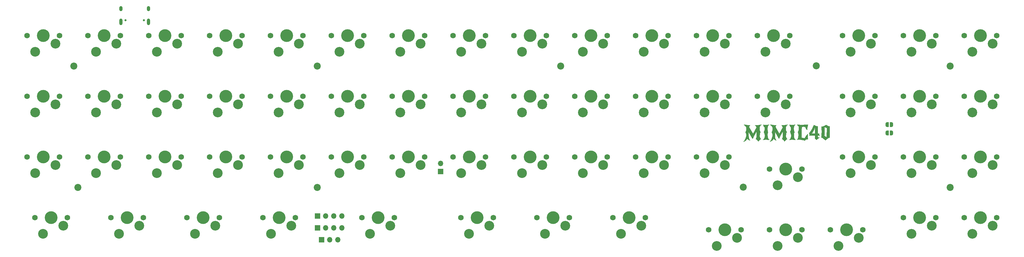
<source format=gbr>
G04 #@! TF.GenerationSoftware,KiCad,Pcbnew,8.0.4*
G04 #@! TF.CreationDate,2024-08-26T20:22:01+02:00*
G04 #@! TF.ProjectId,Mimic40,4d696d69-6334-4302-9e6b-696361645f70,rev?*
G04 #@! TF.SameCoordinates,Original*
G04 #@! TF.FileFunction,Soldermask,Top*
G04 #@! TF.FilePolarity,Negative*
%FSLAX46Y46*%
G04 Gerber Fmt 4.6, Leading zero omitted, Abs format (unit mm)*
G04 Created by KiCad (PCBNEW 8.0.4) date 2024-08-26 20:22:01*
%MOMM*%
%LPD*%
G01*
G04 APERTURE LIST*
G04 Aperture macros list*
%AMFreePoly0*
4,1,19,0.500000,-0.750000,0.000000,-0.750000,0.000000,-0.744911,-0.071157,-0.744911,-0.207708,-0.704816,-0.327430,-0.627875,-0.420627,-0.520320,-0.479746,-0.390866,-0.500000,-0.250000,-0.500000,0.250000,-0.479746,0.390866,-0.420627,0.520320,-0.327430,0.627875,-0.207708,0.704816,-0.071157,0.744911,0.000000,0.744911,0.000000,0.750000,0.500000,0.750000,0.500000,-0.750000,0.500000,-0.750000,
$1*%
%AMFreePoly1*
4,1,19,0.000000,0.744911,0.071157,0.744911,0.207708,0.704816,0.327430,0.627875,0.420627,0.520320,0.479746,0.390866,0.500000,0.250000,0.500000,-0.250000,0.479746,-0.390866,0.420627,-0.520320,0.327430,-0.627875,0.207708,-0.704816,0.071157,-0.744911,0.000000,-0.744911,0.000000,-0.750000,-0.500000,-0.750000,-0.500000,0.750000,0.000000,0.750000,0.000000,0.744911,0.000000,0.744911,
$1*%
G04 Aperture macros list end*
%ADD10C,0.100000*%
%ADD11O,1.000000X2.100000*%
%ADD12O,1.000000X1.600000*%
%ADD13C,0.650000*%
%ADD14C,1.750000*%
%ADD15C,3.050000*%
%ADD16C,4.000000*%
%ADD17C,2.200000*%
%ADD18R,1.700000X1.700000*%
%ADD19O,1.700000X1.700000*%
%ADD20FreePoly0,180.000000*%
%ADD21FreePoly1,180.000000*%
G04 APERTURE END LIST*
D10*
X312352388Y-116822751D02*
X312592217Y-116841314D01*
X312824449Y-116855258D01*
X313048908Y-116865012D01*
X313307750Y-116871786D01*
X313554841Y-116873879D01*
X313803160Y-116871720D01*
X314031885Y-116865881D01*
X314307969Y-116854023D01*
X314553051Y-116839589D01*
X314819142Y-116821377D01*
X315085046Y-116805119D01*
X315330975Y-116803538D01*
X315488145Y-116816727D01*
X315441197Y-116965720D01*
X315391279Y-117204702D01*
X315351541Y-117435896D01*
X315313903Y-117682199D01*
X315280141Y-117924729D01*
X315252034Y-118144602D01*
X315224363Y-118390628D01*
X315179300Y-118409312D01*
X315152147Y-118388520D01*
X314972387Y-118214135D01*
X314848422Y-118017917D01*
X314765004Y-117789255D01*
X314713285Y-117554218D01*
X314600376Y-117495124D01*
X314383498Y-117453779D01*
X314159342Y-117446507D01*
X314056605Y-117447372D01*
X313826021Y-117453719D01*
X313604300Y-117459696D01*
X313596205Y-117505836D01*
X313560086Y-117764602D01*
X313536278Y-118000909D01*
X313516822Y-118258192D01*
X313501566Y-118531774D01*
X313490354Y-118816981D01*
X313483032Y-119109136D01*
X313480000Y-119330000D01*
X313479003Y-119550170D01*
X313479329Y-119698845D01*
X313481391Y-119941293D01*
X313485505Y-120174684D01*
X313493400Y-120438939D01*
X313504810Y-120681466D01*
X313522967Y-120930631D01*
X314587988Y-121038342D01*
X314612839Y-120941501D01*
X314694449Y-120712879D01*
X314800431Y-120500860D01*
X314926457Y-120302124D01*
X315068200Y-120113349D01*
X315221335Y-119931216D01*
X315381533Y-119752404D01*
X315418902Y-119765593D01*
X315406675Y-119875016D01*
X315391807Y-120106881D01*
X315388128Y-120329427D01*
X315388274Y-120370165D01*
X315394914Y-120606187D01*
X315413386Y-120857603D01*
X315445174Y-121102037D01*
X315494740Y-121323007D01*
X315340820Y-121346732D01*
X315122475Y-121409020D01*
X314908696Y-121510010D01*
X314700828Y-121644294D01*
X314505556Y-121797815D01*
X314309973Y-121741754D01*
X314047871Y-121675357D01*
X313786558Y-121618575D01*
X313528546Y-121571485D01*
X313276345Y-121534164D01*
X313032469Y-121506690D01*
X312799427Y-121489140D01*
X312527189Y-121481277D01*
X312378755Y-121491367D01*
X312155696Y-121545024D01*
X312149101Y-121525240D01*
X312298567Y-121343272D01*
X312385249Y-121137932D01*
X312454202Y-120892685D01*
X312504544Y-120627730D01*
X312535394Y-120363269D01*
X312545874Y-120119501D01*
X312545636Y-120083652D01*
X312530898Y-119836003D01*
X312494072Y-119603186D01*
X312426353Y-119371563D01*
X312319461Y-119177578D01*
X312344788Y-119150768D01*
X312471370Y-118946921D01*
X312546895Y-118733025D01*
X312599157Y-118493973D01*
X312631877Y-118243701D01*
X312648778Y-117996145D01*
X312653585Y-117765244D01*
X312649122Y-117569184D01*
X312634900Y-117346489D01*
X312563315Y-117311340D01*
X312373731Y-117170215D01*
X312217175Y-116996366D01*
X312105137Y-116799141D01*
X312352388Y-116822751D01*
G36*
X312352388Y-116822751D02*
G01*
X312592217Y-116841314D01*
X312824449Y-116855258D01*
X313048908Y-116865012D01*
X313307750Y-116871786D01*
X313554841Y-116873879D01*
X313803160Y-116871720D01*
X314031885Y-116865881D01*
X314307969Y-116854023D01*
X314553051Y-116839589D01*
X314819142Y-116821377D01*
X315085046Y-116805119D01*
X315330975Y-116803538D01*
X315488145Y-116816727D01*
X315441197Y-116965720D01*
X315391279Y-117204702D01*
X315351541Y-117435896D01*
X315313903Y-117682199D01*
X315280141Y-117924729D01*
X315252034Y-118144602D01*
X315224363Y-118390628D01*
X315179300Y-118409312D01*
X315152147Y-118388520D01*
X314972387Y-118214135D01*
X314848422Y-118017917D01*
X314765004Y-117789255D01*
X314713285Y-117554218D01*
X314600376Y-117495124D01*
X314383498Y-117453779D01*
X314159342Y-117446507D01*
X314056605Y-117447372D01*
X313826021Y-117453719D01*
X313604300Y-117459696D01*
X313596205Y-117505836D01*
X313560086Y-117764602D01*
X313536278Y-118000909D01*
X313516822Y-118258192D01*
X313501566Y-118531774D01*
X313490354Y-118816981D01*
X313483032Y-119109136D01*
X313480000Y-119330000D01*
X313479003Y-119550170D01*
X313479329Y-119698845D01*
X313481391Y-119941293D01*
X313485505Y-120174684D01*
X313493400Y-120438939D01*
X313504810Y-120681466D01*
X313522967Y-120930631D01*
X314587988Y-121038342D01*
X314612839Y-120941501D01*
X314694449Y-120712879D01*
X314800431Y-120500860D01*
X314926457Y-120302124D01*
X315068200Y-120113349D01*
X315221335Y-119931216D01*
X315381533Y-119752404D01*
X315418902Y-119765593D01*
X315406675Y-119875016D01*
X315391807Y-120106881D01*
X315388128Y-120329427D01*
X315388274Y-120370165D01*
X315394914Y-120606187D01*
X315413386Y-120857603D01*
X315445174Y-121102037D01*
X315494740Y-121323007D01*
X315340820Y-121346732D01*
X315122475Y-121409020D01*
X314908696Y-121510010D01*
X314700828Y-121644294D01*
X314505556Y-121797815D01*
X314309973Y-121741754D01*
X314047871Y-121675357D01*
X313786558Y-121618575D01*
X313528546Y-121571485D01*
X313276345Y-121534164D01*
X313032469Y-121506690D01*
X312799427Y-121489140D01*
X312527189Y-121481277D01*
X312378755Y-121491367D01*
X312155696Y-121545024D01*
X312149101Y-121525240D01*
X312298567Y-121343272D01*
X312385249Y-121137932D01*
X312454202Y-120892685D01*
X312504544Y-120627730D01*
X312535394Y-120363269D01*
X312545874Y-120119501D01*
X312545636Y-120083652D01*
X312530898Y-119836003D01*
X312494072Y-119603186D01*
X312426353Y-119371563D01*
X312319461Y-119177578D01*
X312344788Y-119150768D01*
X312471370Y-118946921D01*
X312546895Y-118733025D01*
X312599157Y-118493973D01*
X312631877Y-118243701D01*
X312648778Y-117996145D01*
X312653585Y-117765244D01*
X312649122Y-117569184D01*
X312634900Y-117346489D01*
X312563315Y-117311340D01*
X312373731Y-117170215D01*
X312217175Y-116996366D01*
X312105137Y-116799141D01*
X312352388Y-116822751D01*
G37*
X301576767Y-116817451D02*
X301798141Y-116867740D01*
X302025694Y-116901312D01*
X302256167Y-116913447D01*
X302397102Y-116910856D01*
X302630853Y-116895699D01*
X302854654Y-116870868D01*
X303076029Y-116840850D01*
X303302503Y-116810132D01*
X303127877Y-116976905D01*
X302997923Y-117203043D01*
X302920524Y-117421128D01*
X302868446Y-117652711D01*
X302839100Y-117885191D01*
X302829893Y-118105963D01*
X302832053Y-118231450D01*
X302847532Y-118470741D01*
X302880623Y-118720476D01*
X302934501Y-118963603D01*
X303012343Y-119183073D01*
X302930082Y-119375707D01*
X302877704Y-119598943D01*
X302850055Y-119840108D01*
X302841983Y-120086528D01*
X302844673Y-120238374D01*
X302863450Y-120485241D01*
X302904847Y-120725064D01*
X302974349Y-120958673D01*
X303077440Y-121186899D01*
X303219603Y-121410572D01*
X303365151Y-121586789D01*
X303281503Y-121576507D01*
X303047222Y-121550657D01*
X302802325Y-121529240D01*
X302554104Y-121514939D01*
X302306725Y-121509853D01*
X302111279Y-121513149D01*
X301875839Y-121526486D01*
X301633293Y-121550752D01*
X301399973Y-121581294D01*
X301433267Y-121559845D01*
X301619096Y-121394994D01*
X301752525Y-121218155D01*
X301862608Y-121014993D01*
X301945725Y-120794463D01*
X301998251Y-120565520D01*
X302016564Y-120337121D01*
X302016271Y-120296783D01*
X302002057Y-120054420D01*
X301966086Y-119816940D01*
X301907794Y-119591907D01*
X301826614Y-119386884D01*
X301702224Y-119183073D01*
X301815425Y-118943189D01*
X301896081Y-118718099D01*
X301948974Y-118502196D01*
X301981973Y-118254438D01*
X301991285Y-118002648D01*
X301987946Y-117839184D01*
X301972601Y-117617965D01*
X301942591Y-117604814D01*
X301749023Y-117461539D01*
X301625947Y-117263074D01*
X301556155Y-117027038D01*
X301525270Y-116803538D01*
X301576767Y-116817451D01*
G36*
X301576767Y-116817451D02*
G01*
X301798141Y-116867740D01*
X302025694Y-116901312D01*
X302256167Y-116913447D01*
X302397102Y-116910856D01*
X302630853Y-116895699D01*
X302854654Y-116870868D01*
X303076029Y-116840850D01*
X303302503Y-116810132D01*
X303127877Y-116976905D01*
X302997923Y-117203043D01*
X302920524Y-117421128D01*
X302868446Y-117652711D01*
X302839100Y-117885191D01*
X302829893Y-118105963D01*
X302832053Y-118231450D01*
X302847532Y-118470741D01*
X302880623Y-118720476D01*
X302934501Y-118963603D01*
X303012343Y-119183073D01*
X302930082Y-119375707D01*
X302877704Y-119598943D01*
X302850055Y-119840108D01*
X302841983Y-120086528D01*
X302844673Y-120238374D01*
X302863450Y-120485241D01*
X302904847Y-120725064D01*
X302974349Y-120958673D01*
X303077440Y-121186899D01*
X303219603Y-121410572D01*
X303365151Y-121586789D01*
X303281503Y-121576507D01*
X303047222Y-121550657D01*
X302802325Y-121529240D01*
X302554104Y-121514939D01*
X302306725Y-121509853D01*
X302111279Y-121513149D01*
X301875839Y-121526486D01*
X301633293Y-121550752D01*
X301399973Y-121581294D01*
X301433267Y-121559845D01*
X301619096Y-121394994D01*
X301752525Y-121218155D01*
X301862608Y-121014993D01*
X301945725Y-120794463D01*
X301998251Y-120565520D01*
X302016564Y-120337121D01*
X302016271Y-120296783D01*
X302002057Y-120054420D01*
X301966086Y-119816940D01*
X301907794Y-119591907D01*
X301826614Y-119386884D01*
X301702224Y-119183073D01*
X301815425Y-118943189D01*
X301896081Y-118718099D01*
X301948974Y-118502196D01*
X301981973Y-118254438D01*
X301991285Y-118002648D01*
X301987946Y-117839184D01*
X301972601Y-117617965D01*
X301942591Y-117604814D01*
X301749023Y-117461539D01*
X301625947Y-117263074D01*
X301556155Y-117027038D01*
X301525270Y-116803538D01*
X301576767Y-116817451D01*
G37*
X309802378Y-116817451D02*
X310023751Y-116867740D01*
X310251304Y-116901312D01*
X310481777Y-116913447D01*
X310622712Y-116910856D01*
X310856464Y-116895699D01*
X311080265Y-116870868D01*
X311301640Y-116840850D01*
X311528114Y-116810132D01*
X311353488Y-116976905D01*
X311223534Y-117203043D01*
X311146134Y-117421128D01*
X311094057Y-117652711D01*
X311064710Y-117885191D01*
X311055504Y-118105963D01*
X311057663Y-118231450D01*
X311073142Y-118470741D01*
X311106233Y-118720476D01*
X311160112Y-118963603D01*
X311237953Y-119183073D01*
X311155693Y-119375707D01*
X311103314Y-119598943D01*
X311075665Y-119840108D01*
X311067594Y-120086528D01*
X311070284Y-120238374D01*
X311089060Y-120485241D01*
X311130458Y-120725064D01*
X311199960Y-120958673D01*
X311303050Y-121186899D01*
X311445214Y-121410572D01*
X311590762Y-121586789D01*
X311507114Y-121576507D01*
X311272832Y-121550657D01*
X311027936Y-121529240D01*
X310779715Y-121514939D01*
X310532336Y-121509853D01*
X310336890Y-121513149D01*
X310101450Y-121526486D01*
X309858904Y-121550752D01*
X309625584Y-121581294D01*
X309658877Y-121559845D01*
X309844707Y-121394994D01*
X309978135Y-121218155D01*
X310088219Y-121014993D01*
X310171335Y-120794463D01*
X310223861Y-120565520D01*
X310242175Y-120337121D01*
X310241882Y-120296783D01*
X310227668Y-120054420D01*
X310191697Y-119816940D01*
X310133404Y-119591907D01*
X310052225Y-119386884D01*
X309927835Y-119183073D01*
X310041035Y-118943189D01*
X310121691Y-118718099D01*
X310174585Y-118502196D01*
X310207584Y-118254438D01*
X310216896Y-118002648D01*
X310213556Y-117839184D01*
X310198211Y-117617965D01*
X310168202Y-117604814D01*
X309974634Y-117461539D01*
X309851557Y-117263074D01*
X309781766Y-117027038D01*
X309750881Y-116803538D01*
X309802378Y-116817451D01*
G36*
X309802378Y-116817451D02*
G01*
X310023751Y-116867740D01*
X310251304Y-116901312D01*
X310481777Y-116913447D01*
X310622712Y-116910856D01*
X310856464Y-116895699D01*
X311080265Y-116870868D01*
X311301640Y-116840850D01*
X311528114Y-116810132D01*
X311353488Y-116976905D01*
X311223534Y-117203043D01*
X311146134Y-117421128D01*
X311094057Y-117652711D01*
X311064710Y-117885191D01*
X311055504Y-118105963D01*
X311057663Y-118231450D01*
X311073142Y-118470741D01*
X311106233Y-118720476D01*
X311160112Y-118963603D01*
X311237953Y-119183073D01*
X311155693Y-119375707D01*
X311103314Y-119598943D01*
X311075665Y-119840108D01*
X311067594Y-120086528D01*
X311070284Y-120238374D01*
X311089060Y-120485241D01*
X311130458Y-120725064D01*
X311199960Y-120958673D01*
X311303050Y-121186899D01*
X311445214Y-121410572D01*
X311590762Y-121586789D01*
X311507114Y-121576507D01*
X311272832Y-121550657D01*
X311027936Y-121529240D01*
X310779715Y-121514939D01*
X310532336Y-121509853D01*
X310336890Y-121513149D01*
X310101450Y-121526486D01*
X309858904Y-121550752D01*
X309625584Y-121581294D01*
X309658877Y-121559845D01*
X309844707Y-121394994D01*
X309978135Y-121218155D01*
X310088219Y-121014993D01*
X310171335Y-120794463D01*
X310223861Y-120565520D01*
X310242175Y-120337121D01*
X310241882Y-120296783D01*
X310227668Y-120054420D01*
X310191697Y-119816940D01*
X310133404Y-119591907D01*
X310052225Y-119386884D01*
X309927835Y-119183073D01*
X310041035Y-118943189D01*
X310121691Y-118718099D01*
X310174585Y-118502196D01*
X310207584Y-118254438D01*
X310216896Y-118002648D01*
X310213556Y-117839184D01*
X310198211Y-117617965D01*
X310168202Y-117604814D01*
X309974634Y-117461539D01*
X309851557Y-117263074D01*
X309781766Y-117027038D01*
X309750881Y-116803538D01*
X309802378Y-116817451D01*
G37*
X309044574Y-116871472D02*
X308860389Y-117051256D01*
X308727237Y-117244671D01*
X308637292Y-117450985D01*
X308582733Y-117669471D01*
X308555734Y-117899397D01*
X308548473Y-118140034D01*
X308560290Y-118319092D01*
X308603271Y-118537418D01*
X308676575Y-118766947D01*
X308762653Y-118973439D01*
X308869408Y-119189668D01*
X308775044Y-119386371D01*
X308688904Y-119617084D01*
X308629046Y-119833485D01*
X308588604Y-120059710D01*
X308573752Y-120288761D01*
X308590771Y-120527742D01*
X308640812Y-120754392D01*
X308722354Y-120960321D01*
X308855271Y-121163191D01*
X309026578Y-121313115D01*
X308859436Y-121407783D01*
X308666197Y-121542212D01*
X308489701Y-121691478D01*
X308317303Y-121873241D01*
X308182475Y-122074787D01*
X308092512Y-121894224D01*
X307935029Y-121703012D01*
X307762577Y-121546964D01*
X307569809Y-121412478D01*
X307370246Y-121313115D01*
X307482072Y-121182408D01*
X307574044Y-120973739D01*
X307628907Y-120721390D01*
X307653115Y-120487549D01*
X307663619Y-120240697D01*
X307665902Y-119988708D01*
X307665902Y-118808283D01*
X306443710Y-121126270D01*
X306337098Y-121102090D01*
X305145682Y-119019309D01*
X305145682Y-119978817D01*
X305146055Y-120072745D01*
X305151776Y-120331606D01*
X305170738Y-120628432D01*
X305203584Y-120878143D01*
X305265717Y-121137506D01*
X305353122Y-121354361D01*
X305467786Y-121545988D01*
X305611697Y-121729672D01*
X305512811Y-121701974D01*
X305290463Y-121624966D01*
X305094647Y-121524865D01*
X304911701Y-121399944D01*
X304723630Y-121252665D01*
X304701574Y-121289464D01*
X304557810Y-121497948D01*
X304386356Y-121685712D01*
X304214234Y-121826730D01*
X304008604Y-121954022D01*
X303762976Y-122067892D01*
X303533313Y-122149525D01*
X303718694Y-121955662D01*
X303890140Y-121738447D01*
X304044326Y-121501629D01*
X304177931Y-121248956D01*
X304287629Y-120984175D01*
X304370100Y-120711036D01*
X304422019Y-120433285D01*
X304440064Y-120154672D01*
X304436174Y-120025859D01*
X304409625Y-119803861D01*
X304355819Y-119587287D01*
X304272272Y-119377379D01*
X304156498Y-119175380D01*
X304229410Y-119029696D01*
X304320177Y-118819386D01*
X304398123Y-118585602D01*
X304446298Y-118363167D01*
X304465343Y-118121350D01*
X304457919Y-117976192D01*
X304413171Y-117746662D01*
X304329219Y-117531542D01*
X304207523Y-117329573D01*
X304049541Y-117139498D01*
X303856734Y-116960060D01*
X303678393Y-116823321D01*
X303822374Y-116803538D01*
X303854687Y-116804043D01*
X304103192Y-116831393D01*
X304351087Y-116877089D01*
X304585722Y-116920966D01*
X304848652Y-116962116D01*
X305081127Y-116988035D01*
X305334726Y-117003572D01*
X305357883Y-117003567D01*
X305580922Y-116996978D01*
X305445236Y-117161621D01*
X305351412Y-117363364D01*
X305309447Y-117590488D01*
X306563511Y-119732620D01*
X307609848Y-117627857D01*
X307580859Y-117549714D01*
X307484558Y-117342346D01*
X307352300Y-117148607D01*
X307181202Y-116978293D01*
X307231269Y-116984408D01*
X307451578Y-116991482D01*
X307663360Y-116987013D01*
X307935283Y-116970242D01*
X308155063Y-116949479D01*
X308373710Y-116923608D01*
X308641029Y-116886090D01*
X308896434Y-116845211D01*
X309134290Y-116803538D01*
X309044574Y-116871472D01*
G36*
X309044574Y-116871472D02*
G01*
X308860389Y-117051256D01*
X308727237Y-117244671D01*
X308637292Y-117450985D01*
X308582733Y-117669471D01*
X308555734Y-117899397D01*
X308548473Y-118140034D01*
X308560290Y-118319092D01*
X308603271Y-118537418D01*
X308676575Y-118766947D01*
X308762653Y-118973439D01*
X308869408Y-119189668D01*
X308775044Y-119386371D01*
X308688904Y-119617084D01*
X308629046Y-119833485D01*
X308588604Y-120059710D01*
X308573752Y-120288761D01*
X308590771Y-120527742D01*
X308640812Y-120754392D01*
X308722354Y-120960321D01*
X308855271Y-121163191D01*
X309026578Y-121313115D01*
X308859436Y-121407783D01*
X308666197Y-121542212D01*
X308489701Y-121691478D01*
X308317303Y-121873241D01*
X308182475Y-122074787D01*
X308092512Y-121894224D01*
X307935029Y-121703012D01*
X307762577Y-121546964D01*
X307569809Y-121412478D01*
X307370246Y-121313115D01*
X307482072Y-121182408D01*
X307574044Y-120973739D01*
X307628907Y-120721390D01*
X307653115Y-120487549D01*
X307663619Y-120240697D01*
X307665902Y-119988708D01*
X307665902Y-118808283D01*
X306443710Y-121126270D01*
X306337098Y-121102090D01*
X305145682Y-119019309D01*
X305145682Y-119978817D01*
X305146055Y-120072745D01*
X305151776Y-120331606D01*
X305170738Y-120628432D01*
X305203584Y-120878143D01*
X305265717Y-121137506D01*
X305353122Y-121354361D01*
X305467786Y-121545988D01*
X305611697Y-121729672D01*
X305512811Y-121701974D01*
X305290463Y-121624966D01*
X305094647Y-121524865D01*
X304911701Y-121399944D01*
X304723630Y-121252665D01*
X304701574Y-121289464D01*
X304557810Y-121497948D01*
X304386356Y-121685712D01*
X304214234Y-121826730D01*
X304008604Y-121954022D01*
X303762976Y-122067892D01*
X303533313Y-122149525D01*
X303718694Y-121955662D01*
X303890140Y-121738447D01*
X304044326Y-121501629D01*
X304177931Y-121248956D01*
X304287629Y-120984175D01*
X304370100Y-120711036D01*
X304422019Y-120433285D01*
X304440064Y-120154672D01*
X304436174Y-120025859D01*
X304409625Y-119803861D01*
X304355819Y-119587287D01*
X304272272Y-119377379D01*
X304156498Y-119175380D01*
X304229410Y-119029696D01*
X304320177Y-118819386D01*
X304398123Y-118585602D01*
X304446298Y-118363167D01*
X304465343Y-118121350D01*
X304457919Y-117976192D01*
X304413171Y-117746662D01*
X304329219Y-117531542D01*
X304207523Y-117329573D01*
X304049541Y-117139498D01*
X303856734Y-116960060D01*
X303678393Y-116823321D01*
X303822374Y-116803538D01*
X303854687Y-116804043D01*
X304103192Y-116831393D01*
X304351087Y-116877089D01*
X304585722Y-116920966D01*
X304848652Y-116962116D01*
X305081127Y-116988035D01*
X305334726Y-117003572D01*
X305357883Y-117003567D01*
X305580922Y-116996978D01*
X305445236Y-117161621D01*
X305351412Y-117363364D01*
X305309447Y-117590488D01*
X306563511Y-119732620D01*
X307609848Y-117627857D01*
X307580859Y-117549714D01*
X307484558Y-117342346D01*
X307352300Y-117148607D01*
X307181202Y-116978293D01*
X307231269Y-116984408D01*
X307451578Y-116991482D01*
X307663360Y-116987013D01*
X307935283Y-116970242D01*
X308155063Y-116949479D01*
X308373710Y-116923608D01*
X308641029Y-116886090D01*
X308896434Y-116845211D01*
X309134290Y-116803538D01*
X309044574Y-116871472D01*
G37*
X321245062Y-116905889D02*
X321416511Y-117044390D01*
X321601276Y-117168258D01*
X321811593Y-117264895D01*
X322044602Y-117322531D01*
X322284935Y-117350886D01*
X322284935Y-120859190D01*
X322155138Y-120893888D01*
X321917440Y-120983210D01*
X321707691Y-121092895D01*
X321524398Y-121215498D01*
X321330209Y-121375578D01*
X321144556Y-121558491D01*
X320986906Y-121727473D01*
X320888531Y-121636527D01*
X320688537Y-121467624D01*
X320507268Y-121325444D01*
X320317834Y-121185208D01*
X320130151Y-121054504D01*
X319913119Y-120916085D01*
X319676788Y-120795443D01*
X319725888Y-120583786D01*
X319751247Y-120350155D01*
X319754181Y-120306346D01*
X320622008Y-120306346D01*
X320769842Y-120397864D01*
X320965037Y-120515620D01*
X321179196Y-120647615D01*
X321383679Y-120782254D01*
X321396868Y-117857568D01*
X321226217Y-117784856D01*
X321020188Y-117697092D01*
X320821715Y-117596216D01*
X320634098Y-117477281D01*
X320634735Y-117504845D01*
X320639971Y-117738505D01*
X320644883Y-117989155D01*
X320648678Y-118227804D01*
X320651717Y-118488876D01*
X320653302Y-118710955D01*
X320653881Y-118942372D01*
X320653801Y-119025986D01*
X320652456Y-119280378D01*
X320649082Y-119538130D01*
X320643202Y-119796724D01*
X320634336Y-120053636D01*
X320622008Y-120306346D01*
X319754181Y-120306346D01*
X319766364Y-120124446D01*
X319777359Y-119871947D01*
X319784671Y-119599767D01*
X319788736Y-119315016D01*
X319789994Y-119024804D01*
X319789690Y-118862326D01*
X319788443Y-118637014D01*
X319786423Y-118408000D01*
X319783836Y-118182057D01*
X319780120Y-117914270D01*
X319776242Y-117675100D01*
X319771310Y-117413534D01*
X319815402Y-117410754D01*
X320073150Y-117376435D01*
X320326261Y-117310593D01*
X320540670Y-117230359D01*
X320764256Y-117125965D01*
X321002654Y-116996379D01*
X321207824Y-116873879D01*
X321245062Y-116905889D01*
G36*
X321245062Y-116905889D02*
G01*
X321416511Y-117044390D01*
X321601276Y-117168258D01*
X321811593Y-117264895D01*
X322044602Y-117322531D01*
X322284935Y-117350886D01*
X322284935Y-120859190D01*
X322155138Y-120893888D01*
X321917440Y-120983210D01*
X321707691Y-121092895D01*
X321524398Y-121215498D01*
X321330209Y-121375578D01*
X321144556Y-121558491D01*
X320986906Y-121727473D01*
X320888531Y-121636527D01*
X320688537Y-121467624D01*
X320507268Y-121325444D01*
X320317834Y-121185208D01*
X320130151Y-121054504D01*
X319913119Y-120916085D01*
X319676788Y-120795443D01*
X319725888Y-120583786D01*
X319751247Y-120350155D01*
X319754181Y-120306346D01*
X320622008Y-120306346D01*
X320769842Y-120397864D01*
X320965037Y-120515620D01*
X321179196Y-120647615D01*
X321383679Y-120782254D01*
X321396868Y-117857568D01*
X321226217Y-117784856D01*
X321020188Y-117697092D01*
X320821715Y-117596216D01*
X320634098Y-117477281D01*
X320634735Y-117504845D01*
X320639971Y-117738505D01*
X320644883Y-117989155D01*
X320648678Y-118227804D01*
X320651717Y-118488876D01*
X320653302Y-118710955D01*
X320653881Y-118942372D01*
X320653801Y-119025986D01*
X320652456Y-119280378D01*
X320649082Y-119538130D01*
X320643202Y-119796724D01*
X320634336Y-120053636D01*
X320622008Y-120306346D01*
X319754181Y-120306346D01*
X319766364Y-120124446D01*
X319777359Y-119871947D01*
X319784671Y-119599767D01*
X319788736Y-119315016D01*
X319789994Y-119024804D01*
X319789690Y-118862326D01*
X319788443Y-118637014D01*
X319786423Y-118408000D01*
X319783836Y-118182057D01*
X319780120Y-117914270D01*
X319776242Y-117675100D01*
X319771310Y-117413534D01*
X319815402Y-117410754D01*
X320073150Y-117376435D01*
X320326261Y-117310593D01*
X320540670Y-117230359D01*
X320764256Y-117125965D01*
X321002654Y-116996379D01*
X321207824Y-116873879D01*
X321245062Y-116905889D01*
G37*
X317394616Y-116905686D02*
X317601020Y-117066558D01*
X317800134Y-117165206D01*
X318048497Y-117247598D01*
X318281936Y-117297837D01*
X318523839Y-117327805D01*
X318523839Y-119582044D01*
X318971170Y-119582044D01*
X318975894Y-119662538D01*
X318996353Y-119882617D01*
X319033766Y-120105307D01*
X319116250Y-120331625D01*
X318949992Y-120211112D01*
X318726073Y-120179951D01*
X318523839Y-120179951D01*
X318523839Y-120432742D01*
X318540807Y-120596373D01*
X318658553Y-120794963D01*
X318883243Y-120861388D01*
X319060197Y-120836109D01*
X318951787Y-120943538D01*
X318763306Y-121098479D01*
X318577335Y-121241352D01*
X318395349Y-121379387D01*
X318221589Y-121516448D01*
X318071097Y-121432395D01*
X317874749Y-121313097D01*
X317673142Y-121201008D01*
X317686331Y-120179951D01*
X316867507Y-120179951D01*
X316650422Y-120180806D01*
X316417418Y-120184837D01*
X316188158Y-120195305D01*
X315959656Y-120223914D01*
X315971048Y-120161720D01*
X315991530Y-119941448D01*
X315991364Y-119919735D01*
X315967948Y-119686016D01*
X315929667Y-119582044D01*
X316697147Y-119582044D01*
X317730294Y-119582044D01*
X317730294Y-117699298D01*
X317661719Y-117850475D01*
X317565712Y-118055958D01*
X317441362Y-118313273D01*
X317334071Y-118527327D01*
X317218319Y-118749351D01*
X317097310Y-118970265D01*
X316974251Y-119180988D01*
X316852347Y-119372442D01*
X316697147Y-119582044D01*
X315929667Y-119582044D01*
X315890413Y-119475432D01*
X316032943Y-119310320D01*
X316171575Y-119115771D01*
X316337158Y-118867682D01*
X316457314Y-118679845D01*
X316581640Y-118479165D01*
X316707013Y-118270022D01*
X316830308Y-118056797D01*
X316948404Y-117843870D01*
X317058175Y-117635623D01*
X317156500Y-117436436D01*
X317275691Y-117164227D01*
X317365396Y-116873879D01*
X317394616Y-116905686D01*
G36*
X317394616Y-116905686D02*
G01*
X317601020Y-117066558D01*
X317800134Y-117165206D01*
X318048497Y-117247598D01*
X318281936Y-117297837D01*
X318523839Y-117327805D01*
X318523839Y-119582044D01*
X318971170Y-119582044D01*
X318975894Y-119662538D01*
X318996353Y-119882617D01*
X319033766Y-120105307D01*
X319116250Y-120331625D01*
X318949992Y-120211112D01*
X318726073Y-120179951D01*
X318523839Y-120179951D01*
X318523839Y-120432742D01*
X318540807Y-120596373D01*
X318658553Y-120794963D01*
X318883243Y-120861388D01*
X319060197Y-120836109D01*
X318951787Y-120943538D01*
X318763306Y-121098479D01*
X318577335Y-121241352D01*
X318395349Y-121379387D01*
X318221589Y-121516448D01*
X318071097Y-121432395D01*
X317874749Y-121313097D01*
X317673142Y-121201008D01*
X317686331Y-120179951D01*
X316867507Y-120179951D01*
X316650422Y-120180806D01*
X316417418Y-120184837D01*
X316188158Y-120195305D01*
X315959656Y-120223914D01*
X315971048Y-120161720D01*
X315991530Y-119941448D01*
X315991364Y-119919735D01*
X315967948Y-119686016D01*
X315929667Y-119582044D01*
X316697147Y-119582044D01*
X317730294Y-119582044D01*
X317730294Y-117699298D01*
X317661719Y-117850475D01*
X317565712Y-118055958D01*
X317441362Y-118313273D01*
X317334071Y-118527327D01*
X317218319Y-118749351D01*
X317097310Y-118970265D01*
X316974251Y-119180988D01*
X316852347Y-119372442D01*
X316697147Y-119582044D01*
X315929667Y-119582044D01*
X315890413Y-119475432D01*
X316032943Y-119310320D01*
X316171575Y-119115771D01*
X316337158Y-118867682D01*
X316457314Y-118679845D01*
X316581640Y-118479165D01*
X316707013Y-118270022D01*
X316830308Y-118056797D01*
X316948404Y-117843870D01*
X317058175Y-117635623D01*
X317156500Y-117436436D01*
X317275691Y-117164227D01*
X317365396Y-116873879D01*
X317394616Y-116905686D01*
G37*
X300818964Y-116871472D02*
X300634779Y-117051256D01*
X300501626Y-117244671D01*
X300411682Y-117450985D01*
X300357122Y-117669471D01*
X300330123Y-117899397D01*
X300322862Y-118140034D01*
X300334679Y-118319092D01*
X300377660Y-118537418D01*
X300450965Y-118766947D01*
X300537043Y-118973439D01*
X300643798Y-119189668D01*
X300549433Y-119386371D01*
X300463294Y-119617084D01*
X300403435Y-119833485D01*
X300362994Y-120059710D01*
X300348142Y-120288761D01*
X300365160Y-120527742D01*
X300415201Y-120754392D01*
X300496744Y-120960321D01*
X300629661Y-121163191D01*
X300800968Y-121313115D01*
X300633825Y-121407783D01*
X300440586Y-121542212D01*
X300264090Y-121691478D01*
X300091692Y-121873241D01*
X299956865Y-122074787D01*
X299866902Y-121894224D01*
X299709419Y-121703012D01*
X299536966Y-121546964D01*
X299344198Y-121412478D01*
X299144635Y-121313115D01*
X299256462Y-121182408D01*
X299348433Y-120973739D01*
X299403296Y-120721390D01*
X299427505Y-120487549D01*
X299438008Y-120240697D01*
X299440291Y-119988708D01*
X299440291Y-118808283D01*
X298218100Y-121126270D01*
X298111488Y-121102090D01*
X296920071Y-119019309D01*
X296920071Y-119978817D01*
X296920444Y-120072745D01*
X296926166Y-120331606D01*
X296945127Y-120628432D01*
X296977973Y-120878143D01*
X297040106Y-121137506D01*
X297127511Y-121354361D01*
X297242176Y-121545988D01*
X297386086Y-121729672D01*
X297287201Y-121701974D01*
X297064852Y-121624966D01*
X296869037Y-121524865D01*
X296686090Y-121399944D01*
X296498019Y-121252665D01*
X296475963Y-121289464D01*
X296332200Y-121497948D01*
X296160746Y-121685712D01*
X295988624Y-121826730D01*
X295782994Y-121954022D01*
X295537365Y-122067892D01*
X295307702Y-122149525D01*
X295493084Y-121955662D01*
X295664529Y-121738447D01*
X295818716Y-121501629D01*
X295952320Y-121248956D01*
X296062019Y-120984175D01*
X296144489Y-120711036D01*
X296196409Y-120433285D01*
X296214454Y-120154672D01*
X296210564Y-120025859D01*
X296184014Y-119803861D01*
X296130209Y-119587287D01*
X296046661Y-119377379D01*
X295930888Y-119175380D01*
X296003799Y-119029696D01*
X296094567Y-118819386D01*
X296172513Y-118585602D01*
X296220687Y-118363167D01*
X296239733Y-118121350D01*
X296232308Y-117976192D01*
X296187560Y-117746662D01*
X296103608Y-117531542D01*
X295981912Y-117329573D01*
X295823931Y-117139498D01*
X295631123Y-116960060D01*
X295452782Y-116823321D01*
X295596763Y-116803538D01*
X295629076Y-116804043D01*
X295877582Y-116831393D01*
X296125476Y-116877089D01*
X296360111Y-116920966D01*
X296623041Y-116962116D01*
X296855517Y-116988035D01*
X297109115Y-117003572D01*
X297132272Y-117003567D01*
X297355312Y-116996978D01*
X297219625Y-117161621D01*
X297125801Y-117363364D01*
X297083836Y-117590488D01*
X298337901Y-119732620D01*
X299384237Y-117627857D01*
X299355248Y-117549714D01*
X299258947Y-117342346D01*
X299126690Y-117148607D01*
X298955591Y-116978293D01*
X299005659Y-116984408D01*
X299225968Y-116991482D01*
X299437749Y-116987013D01*
X299709673Y-116970242D01*
X299929453Y-116949479D01*
X300148099Y-116923608D01*
X300415418Y-116886090D01*
X300670823Y-116845211D01*
X300908679Y-116803538D01*
X300818964Y-116871472D01*
G36*
X300818964Y-116871472D02*
G01*
X300634779Y-117051256D01*
X300501626Y-117244671D01*
X300411682Y-117450985D01*
X300357122Y-117669471D01*
X300330123Y-117899397D01*
X300322862Y-118140034D01*
X300334679Y-118319092D01*
X300377660Y-118537418D01*
X300450965Y-118766947D01*
X300537043Y-118973439D01*
X300643798Y-119189668D01*
X300549433Y-119386371D01*
X300463294Y-119617084D01*
X300403435Y-119833485D01*
X300362994Y-120059710D01*
X300348142Y-120288761D01*
X300365160Y-120527742D01*
X300415201Y-120754392D01*
X300496744Y-120960321D01*
X300629661Y-121163191D01*
X300800968Y-121313115D01*
X300633825Y-121407783D01*
X300440586Y-121542212D01*
X300264090Y-121691478D01*
X300091692Y-121873241D01*
X299956865Y-122074787D01*
X299866902Y-121894224D01*
X299709419Y-121703012D01*
X299536966Y-121546964D01*
X299344198Y-121412478D01*
X299144635Y-121313115D01*
X299256462Y-121182408D01*
X299348433Y-120973739D01*
X299403296Y-120721390D01*
X299427505Y-120487549D01*
X299438008Y-120240697D01*
X299440291Y-119988708D01*
X299440291Y-118808283D01*
X298218100Y-121126270D01*
X298111488Y-121102090D01*
X296920071Y-119019309D01*
X296920071Y-119978817D01*
X296920444Y-120072745D01*
X296926166Y-120331606D01*
X296945127Y-120628432D01*
X296977973Y-120878143D01*
X297040106Y-121137506D01*
X297127511Y-121354361D01*
X297242176Y-121545988D01*
X297386086Y-121729672D01*
X297287201Y-121701974D01*
X297064852Y-121624966D01*
X296869037Y-121524865D01*
X296686090Y-121399944D01*
X296498019Y-121252665D01*
X296475963Y-121289464D01*
X296332200Y-121497948D01*
X296160746Y-121685712D01*
X295988624Y-121826730D01*
X295782994Y-121954022D01*
X295537365Y-122067892D01*
X295307702Y-122149525D01*
X295493084Y-121955662D01*
X295664529Y-121738447D01*
X295818716Y-121501629D01*
X295952320Y-121248956D01*
X296062019Y-120984175D01*
X296144489Y-120711036D01*
X296196409Y-120433285D01*
X296214454Y-120154672D01*
X296210564Y-120025859D01*
X296184014Y-119803861D01*
X296130209Y-119587287D01*
X296046661Y-119377379D01*
X295930888Y-119175380D01*
X296003799Y-119029696D01*
X296094567Y-118819386D01*
X296172513Y-118585602D01*
X296220687Y-118363167D01*
X296239733Y-118121350D01*
X296232308Y-117976192D01*
X296187560Y-117746662D01*
X296103608Y-117531542D01*
X295981912Y-117329573D01*
X295823931Y-117139498D01*
X295631123Y-116960060D01*
X295452782Y-116823321D01*
X295596763Y-116803538D01*
X295629076Y-116804043D01*
X295877582Y-116831393D01*
X296125476Y-116877089D01*
X296360111Y-116920966D01*
X296623041Y-116962116D01*
X296855517Y-116988035D01*
X297109115Y-117003572D01*
X297132272Y-117003567D01*
X297355312Y-116996978D01*
X297219625Y-117161621D01*
X297125801Y-117363364D01*
X297083836Y-117590488D01*
X298337901Y-119732620D01*
X299384237Y-117627857D01*
X299355248Y-117549714D01*
X299258947Y-117342346D01*
X299126690Y-117148607D01*
X298955591Y-116978293D01*
X299005659Y-116984408D01*
X299225968Y-116991482D01*
X299437749Y-116987013D01*
X299709673Y-116970242D01*
X299929453Y-116949479D01*
X300148099Y-116923608D01*
X300415418Y-116886090D01*
X300670823Y-116845211D01*
X300908679Y-116803538D01*
X300818964Y-116871472D01*
G37*
D11*
X109070000Y-84570000D03*
D12*
X109070000Y-80390000D03*
D11*
X100430000Y-84570000D03*
D12*
X100430000Y-80390000D03*
D13*
X107640000Y-84040000D03*
X101860000Y-84040000D03*
D14*
X195579999Y-88900000D03*
D15*
X194310000Y-91440000D03*
D16*
X190500000Y-88900000D03*
D15*
X187960000Y-93980000D03*
D14*
X185420001Y-88900000D03*
X374649999Y-127000000D03*
D15*
X373380000Y-129540000D03*
D16*
X369570000Y-127000000D03*
D15*
X367030000Y-132080000D03*
D14*
X364490001Y-127000000D03*
X138429999Y-107950000D03*
D15*
X137160000Y-110490000D03*
D16*
X133350000Y-107950000D03*
D15*
X130810000Y-113030000D03*
D14*
X128270001Y-107950000D03*
X332739999Y-149860000D03*
D15*
X331470000Y-152400000D03*
D16*
X327660000Y-149860000D03*
D15*
X325120000Y-154940000D03*
D14*
X322580001Y-149860000D03*
X138429999Y-127000000D03*
D15*
X137160000Y-129540000D03*
D16*
X133350000Y-127000000D03*
D15*
X130810000Y-132080000D03*
D14*
X128270001Y-127000000D03*
X355599999Y-146050000D03*
D15*
X354330000Y-148590000D03*
D16*
X350520000Y-146050000D03*
D15*
X347980000Y-151130000D03*
D14*
X345440001Y-146050000D03*
X131286250Y-146050000D03*
D15*
X130016250Y-148590000D03*
D16*
X126206250Y-146050000D03*
D15*
X123666250Y-151130000D03*
D14*
X121126250Y-146050000D03*
X107473750Y-146050000D03*
D15*
X106203750Y-148590000D03*
D16*
X102393750Y-146050000D03*
D15*
X99853750Y-151130000D03*
D14*
X97313750Y-146050000D03*
D17*
X87000000Y-136525000D03*
X295300000Y-136500000D03*
D14*
X119379999Y-107950000D03*
D15*
X118110000Y-110490000D03*
D16*
X114300000Y-107950000D03*
D15*
X111760000Y-113030000D03*
D14*
X109220001Y-107950000D03*
D18*
X200500000Y-131575000D03*
D19*
X200500000Y-129035000D03*
D14*
X233679999Y-127000000D03*
D15*
X232410000Y-129540000D03*
D16*
X228600000Y-127000000D03*
D15*
X226060000Y-132080000D03*
D14*
X223520001Y-127000000D03*
X195579999Y-127000000D03*
D15*
X194310000Y-129540000D03*
D16*
X190500000Y-127000000D03*
D15*
X187960000Y-132080000D03*
D14*
X185420001Y-127000000D03*
X290829999Y-88900000D03*
D15*
X289560000Y-91440000D03*
D16*
X285750000Y-88900000D03*
D15*
X283210000Y-93980000D03*
D14*
X280670001Y-88900000D03*
X186055000Y-146050000D03*
D15*
X184785000Y-148590000D03*
D16*
X180975000Y-146050000D03*
D15*
X178435000Y-151130000D03*
D14*
X175895000Y-146050000D03*
X271779999Y-127000000D03*
D15*
X270510000Y-129540000D03*
D16*
X266700000Y-127000000D03*
D15*
X264160000Y-132080000D03*
D14*
X261620001Y-127000000D03*
X290829999Y-107950000D03*
D15*
X289560000Y-110490000D03*
D16*
X285750000Y-107950000D03*
D15*
X283210000Y-113030000D03*
D14*
X280670001Y-107950000D03*
X264636250Y-146050000D03*
D15*
X263366250Y-148590000D03*
D16*
X259556250Y-146050000D03*
D15*
X257016250Y-151130000D03*
D14*
X254476250Y-146050000D03*
X157479999Y-127000000D03*
D15*
X156210000Y-129540000D03*
D16*
X152400000Y-127000000D03*
D15*
X149860000Y-132080000D03*
D14*
X147320001Y-127000000D03*
D17*
X161925000Y-98425000D03*
D14*
X336549999Y-107950000D03*
D15*
X335280000Y-110490000D03*
D16*
X331470000Y-107950000D03*
D15*
X328930000Y-113030000D03*
D14*
X326390001Y-107950000D03*
X271779999Y-107950000D03*
D15*
X270510000Y-110490000D03*
D16*
X266700000Y-107950000D03*
D15*
X264160000Y-113030000D03*
D14*
X261620001Y-107950000D03*
X355599999Y-127000000D03*
D15*
X354330000Y-129540000D03*
D16*
X350520000Y-127000000D03*
D15*
X347980000Y-132080000D03*
D14*
X345440001Y-127000000D03*
X119379999Y-88900000D03*
D15*
X118110000Y-91440000D03*
D16*
X114300000Y-88900000D03*
D15*
X111760000Y-93980000D03*
D14*
X109220001Y-88900000D03*
X155098750Y-146050000D03*
D15*
X153828750Y-148590000D03*
D16*
X150018750Y-146050000D03*
D15*
X147478750Y-151130000D03*
D14*
X144938750Y-146050000D03*
X336549999Y-88900000D03*
D15*
X335280000Y-91440000D03*
D16*
X331470000Y-88900000D03*
D15*
X328930000Y-93980000D03*
D14*
X326390001Y-88900000D03*
X313689999Y-130810000D03*
D15*
X312420000Y-133350000D03*
D16*
X308610000Y-130810000D03*
D15*
X306070000Y-135890000D03*
D14*
X303530001Y-130810000D03*
X336549999Y-127000000D03*
D15*
X335280000Y-129540000D03*
D16*
X331470000Y-127000000D03*
D15*
X328930000Y-132080000D03*
D14*
X326390001Y-127000000D03*
X355599999Y-88900000D03*
D15*
X354330000Y-91440000D03*
D16*
X350520000Y-88900000D03*
D15*
X347980000Y-93980000D03*
D14*
X345440001Y-88900000D03*
D17*
X238100000Y-98425000D03*
D14*
X100329999Y-107950000D03*
D15*
X99060000Y-110490000D03*
D16*
X95250000Y-107950000D03*
D15*
X92710000Y-113030000D03*
D14*
X90170001Y-107950000D03*
X252729999Y-127000000D03*
D15*
X251460000Y-129540000D03*
D16*
X247650000Y-127000000D03*
D15*
X245110000Y-132080000D03*
D14*
X242570001Y-127000000D03*
X81279999Y-127000000D03*
D15*
X80010000Y-129540000D03*
D16*
X76200000Y-127000000D03*
D15*
X73660000Y-132080000D03*
D14*
X71120001Y-127000000D03*
X252729999Y-107950000D03*
D15*
X251460000Y-110490000D03*
D16*
X247650000Y-107950000D03*
D15*
X245110000Y-113030000D03*
D14*
X242570001Y-107950000D03*
D20*
X341649999Y-116800000D03*
D21*
X340350001Y-116800000D03*
D14*
X214629999Y-127000000D03*
D15*
X213360000Y-129540000D03*
D16*
X209550000Y-127000000D03*
D15*
X207010000Y-132080000D03*
D14*
X204470001Y-127000000D03*
X100329999Y-127000000D03*
D15*
X99060000Y-129540000D03*
D16*
X95250000Y-127000000D03*
D15*
X92710000Y-132080000D03*
D14*
X90170001Y-127000000D03*
X100329999Y-88900000D03*
D15*
X99060000Y-91440000D03*
D16*
X95250000Y-88900000D03*
D15*
X92710000Y-93980000D03*
D14*
X90170001Y-88900000D03*
X138429999Y-88900000D03*
D15*
X137160000Y-91440000D03*
D16*
X133350000Y-88900000D03*
D15*
X130810000Y-93980000D03*
D14*
X128270001Y-88900000D03*
X233679999Y-88900000D03*
D15*
X232410000Y-91440000D03*
D16*
X228600000Y-88900000D03*
D15*
X226060000Y-93980000D03*
D14*
X223520001Y-88900000D03*
X233679999Y-107950000D03*
D15*
X232410000Y-110490000D03*
D16*
X228600000Y-107950000D03*
D15*
X226060000Y-113030000D03*
D14*
X223520001Y-107950000D03*
X81279999Y-88900000D03*
D15*
X80010000Y-91440000D03*
D16*
X76200000Y-88900000D03*
D15*
X73660000Y-93980000D03*
D14*
X71120001Y-88900000D03*
X374649999Y-88900000D03*
D15*
X373380000Y-91440000D03*
D16*
X369570000Y-88900000D03*
D15*
X367030000Y-93980000D03*
D14*
X364490001Y-88900000D03*
X252729999Y-88900000D03*
D15*
X251460000Y-91440000D03*
D16*
X247650000Y-88900000D03*
D15*
X245110000Y-93980000D03*
D14*
X242570001Y-88900000D03*
X176529999Y-107950000D03*
D15*
X175260000Y-110490000D03*
D16*
X171450000Y-107950000D03*
D15*
X168910000Y-113030000D03*
D14*
X166370001Y-107950000D03*
X176529999Y-127000000D03*
D15*
X175260000Y-129540000D03*
D16*
X171450000Y-127000000D03*
D15*
X168910000Y-132080000D03*
D14*
X166370001Y-127000000D03*
X214629999Y-107950000D03*
D15*
X213360000Y-110490000D03*
D16*
X209550000Y-107950000D03*
D15*
X207010000Y-113030000D03*
D14*
X204470001Y-107950000D03*
D20*
X341649999Y-119400000D03*
D21*
X340350001Y-119400000D03*
D14*
X157479999Y-107950000D03*
D15*
X156210000Y-110490000D03*
D16*
X152400000Y-107950000D03*
D15*
X149860000Y-113030000D03*
D14*
X147320001Y-107950000D03*
X157479999Y-88900000D03*
D15*
X156210000Y-91440000D03*
D16*
X152400000Y-88900000D03*
D15*
X149860000Y-93980000D03*
D14*
X147320001Y-88900000D03*
X271779999Y-88900000D03*
D15*
X270510000Y-91440000D03*
D16*
X266700000Y-88900000D03*
D15*
X264160000Y-93980000D03*
D14*
X261620001Y-88900000D03*
X214629999Y-88900000D03*
D15*
X213360000Y-91440000D03*
D16*
X209550000Y-88900000D03*
D15*
X207010000Y-93980000D03*
D14*
X204470001Y-88900000D03*
X81279999Y-107950000D03*
D15*
X80010000Y-110490000D03*
D16*
X76200000Y-107950000D03*
D15*
X73660000Y-113030000D03*
D14*
X71120001Y-107950000D03*
X355599999Y-107950000D03*
D15*
X354330000Y-110490000D03*
D16*
X350520000Y-107950000D03*
D15*
X347980000Y-113030000D03*
D14*
X345440001Y-107950000D03*
X240823750Y-146050000D03*
D15*
X239553750Y-148590000D03*
D16*
X235743750Y-146050000D03*
D15*
X233203750Y-151130000D03*
D14*
X230663750Y-146050000D03*
D17*
X161925000Y-136525000D03*
D14*
X83661250Y-146050000D03*
D15*
X82391250Y-148590000D03*
D16*
X78581250Y-146050000D03*
D15*
X76041250Y-151130000D03*
D14*
X73501250Y-146050000D03*
X290829999Y-127000000D03*
D15*
X289560000Y-129540000D03*
D16*
X285750000Y-127000000D03*
D15*
X283210000Y-132080000D03*
D14*
X280670001Y-127000000D03*
X313689999Y-149860000D03*
D15*
X312420000Y-152400000D03*
D16*
X308610000Y-149860000D03*
D15*
X306070000Y-154940000D03*
D14*
X303530001Y-149860000D03*
X195579999Y-107950000D03*
D15*
X194310000Y-110490000D03*
D16*
X190500000Y-107950000D03*
D15*
X187960000Y-113030000D03*
D14*
X185420001Y-107950000D03*
X176529999Y-88900000D03*
D15*
X175260000Y-91440000D03*
D16*
X171450000Y-88900000D03*
D15*
X168910000Y-93980000D03*
D14*
X166370001Y-88900000D03*
X309879999Y-88900000D03*
D15*
X308610000Y-91440000D03*
D16*
X304800000Y-88900000D03*
D15*
X302260000Y-93980000D03*
D14*
X299720001Y-88900000D03*
D17*
X360045000Y-136525000D03*
D14*
X119379999Y-127000000D03*
D15*
X118110000Y-129540000D03*
D16*
X114300000Y-127000000D03*
D15*
X111760000Y-132080000D03*
D14*
X109220001Y-127000000D03*
D17*
X360045000Y-98425000D03*
D14*
X374649999Y-146050000D03*
D15*
X373380000Y-148590000D03*
D16*
X369570000Y-146050000D03*
D15*
X367030000Y-151130000D03*
D14*
X364490001Y-146050000D03*
X294639999Y-149860000D03*
D15*
X293370000Y-152400000D03*
D16*
X289560000Y-149860000D03*
D15*
X287020000Y-154940000D03*
D14*
X284480001Y-149860000D03*
D17*
X85725000Y-98425000D03*
D14*
X309879999Y-107950000D03*
D15*
X308610000Y-110490000D03*
D16*
X304800000Y-107950000D03*
D15*
X302260000Y-113030000D03*
D14*
X299720001Y-107950000D03*
X217011250Y-146050000D03*
D15*
X215741250Y-148590000D03*
D16*
X211931250Y-146050000D03*
D15*
X209391250Y-151130000D03*
D14*
X206851250Y-146050000D03*
X374649999Y-107950000D03*
D15*
X373380000Y-110490000D03*
D16*
X369570000Y-107950000D03*
D15*
X367030000Y-113030000D03*
D14*
X364490001Y-107950000D03*
D17*
X318100000Y-98400000D03*
D18*
X162000000Y-149250000D03*
D19*
X164540000Y-149250000D03*
X167079999Y-149250000D03*
X169620000Y-149250000D03*
D18*
X162000000Y-145500000D03*
D19*
X164540000Y-145500000D03*
X167080000Y-145500000D03*
X169620000Y-145500000D03*
D18*
X163300000Y-153000000D03*
D19*
X165840000Y-153000000D03*
X168379999Y-153000000D03*
M02*

</source>
